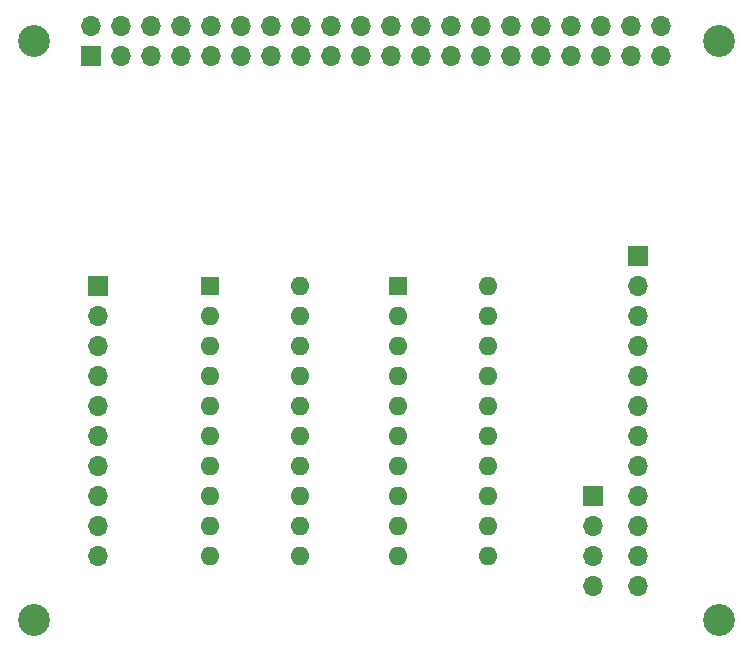
<source format=gts>
G04 #@! TF.GenerationSoftware,KiCad,Pcbnew,(6.0.9)*
G04 #@! TF.CreationDate,2022-12-17T09:19:39+09:00*
G04 #@! TF.ProjectId,fc-dumper-base-hat-2,66632d64-756d-4706-9572-2d626173652d,rev?*
G04 #@! TF.SameCoordinates,PX5f5e100PY5f5e100*
G04 #@! TF.FileFunction,Soldermask,Top*
G04 #@! TF.FilePolarity,Negative*
%FSLAX46Y46*%
G04 Gerber Fmt 4.6, Leading zero omitted, Abs format (unit mm)*
G04 Created by KiCad (PCBNEW (6.0.9)) date 2022-12-17 09:19:39*
%MOMM*%
%LPD*%
G01*
G04 APERTURE LIST*
%ADD10C,2.700000*%
%ADD11R,1.600000X1.600000*%
%ADD12O,1.600000X1.600000*%
%ADD13R,1.700000X1.700000*%
%ADD14O,1.700000X1.700000*%
G04 APERTURE END LIST*
D10*
X61500000Y52500000D03*
D11*
X34300000Y31745000D03*
D12*
X34300000Y29205000D03*
X34300000Y26665000D03*
X34300000Y24125000D03*
X34300000Y21585000D03*
X34300000Y19045000D03*
X34300000Y16505000D03*
X34300000Y13965000D03*
X34300000Y11425000D03*
X34300000Y8885000D03*
X41920000Y8885000D03*
X41920000Y11425000D03*
X41920000Y13965000D03*
X41920000Y16505000D03*
X41920000Y19045000D03*
X41920000Y21585000D03*
X41920000Y24125000D03*
X41920000Y26665000D03*
X41920000Y29205000D03*
X41920000Y31745000D03*
D11*
X18425000Y31745000D03*
D12*
X18425000Y29205000D03*
X18425000Y26665000D03*
X18425000Y24125000D03*
X18425000Y21585000D03*
X18425000Y19045000D03*
X18425000Y16505000D03*
X18425000Y13965000D03*
X18425000Y11425000D03*
X18425000Y8885000D03*
X26045000Y8885000D03*
X26045000Y11425000D03*
X26045000Y13965000D03*
X26045000Y16505000D03*
X26045000Y19045000D03*
X26045000Y21585000D03*
X26045000Y24125000D03*
X26045000Y26665000D03*
X26045000Y29205000D03*
X26045000Y31745000D03*
D10*
X3500000Y3500000D03*
X3500000Y52500000D03*
D13*
X54610000Y34290000D03*
D14*
X54610000Y31750000D03*
X54610000Y29210000D03*
X54610000Y26670000D03*
X54610000Y24130000D03*
X54610000Y21590000D03*
X54610000Y19050000D03*
X54610000Y16510000D03*
X54610000Y13970000D03*
X54610000Y11430000D03*
X54610000Y8890000D03*
X54610000Y6350000D03*
D10*
X61500000Y3500000D03*
D13*
X50800000Y13970000D03*
D14*
X50800000Y11430000D03*
X50800000Y8890000D03*
X50800000Y6350000D03*
D13*
X8890000Y31750000D03*
D14*
X8890000Y29210000D03*
X8890000Y26670000D03*
X8890000Y24130000D03*
X8890000Y21590000D03*
X8890000Y19050000D03*
X8890000Y16510000D03*
X8890000Y13970000D03*
X8890000Y11430000D03*
X8890000Y8890000D03*
D13*
X8370000Y51230000D03*
D14*
X8370000Y53770000D03*
X10910000Y51230000D03*
X10910000Y53770000D03*
X13450000Y51230000D03*
X13450000Y53770000D03*
X15990000Y51230000D03*
X15990000Y53770000D03*
X18530000Y51230000D03*
X18530000Y53770000D03*
X21070000Y51230000D03*
X21070000Y53770000D03*
X23610000Y51230000D03*
X23610000Y53770000D03*
X26150000Y51230000D03*
X26150000Y53770000D03*
X28690000Y51230000D03*
X28690000Y53770000D03*
X31230000Y51230000D03*
X31230000Y53770000D03*
X33770000Y51230000D03*
X33770000Y53770000D03*
X36310000Y51230000D03*
X36310000Y53770000D03*
X38850000Y51230000D03*
X38850000Y53770000D03*
X41390000Y51230000D03*
X41390000Y53770000D03*
X43930000Y51230000D03*
X43930000Y53770000D03*
X46470000Y51230000D03*
X46470000Y53770000D03*
X49010000Y51230000D03*
X49010000Y53770000D03*
X51550000Y51230000D03*
X51550000Y53770000D03*
X54090000Y51230000D03*
X54090000Y53770000D03*
X56630000Y51230000D03*
X56630000Y53770000D03*
M02*

</source>
